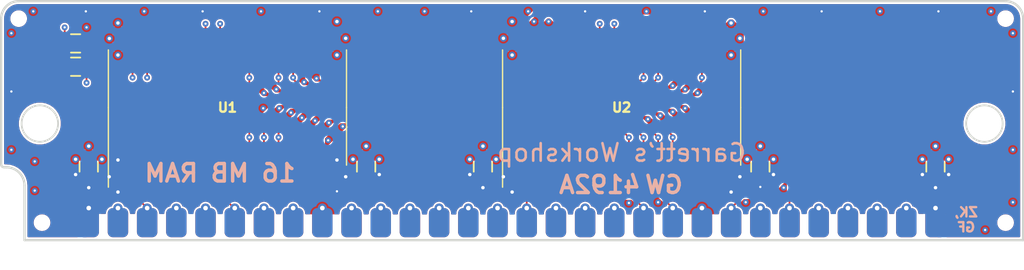
<source format=kicad_pcb>
(kicad_pcb (version 20211014) (generator pcbnew)
  (title_block (title "GW4192A") (date "2021-06-19") (rev "1.0-SOP") (company "Garrett's Workshop"))
  (layers (0 "F.Cu" signal) (1 "In1.Cu" power) (2 "In2.Cu" signal) (31 "B.Cu" power) (34 "B.Paste" user) (35 "F.Paste" user) (36 "B.SilkS" user "B.Silkscreen") (37 "F.SilkS" user "F.Silkscreen") (38 "B.Mask" user) (39 "F.Mask" user) (44 "Edge.Cuts" user))
  (net 0 "")
  (net 1 "+5V")
  (net 2 "/D0")
  (net 3 "/D1")
  (net 4 "/~{WE}")
  (net 5 "/~{RAS}")
  (net 6 "/~{CAS}")
  (net 7 "/D2")
  (net 8 "/D3")
  (net 9 "GND")
  (net 10 "/D4")
  (net 11 "/D5")
  (net 12 "/D6")
  (net 13 "/D7")
  (net 14 "/QP")
  (net 15 "/~{CASP}")
  (net 16 "/DP")
  (net 17 "/1A0")
  (net 18 "/1A1")
  (net 19 "/1A2")
  (net 20 "/1A3")
  (net 21 "/1A4")
  (net 22 "/1A5")
  (net 23 "/1A6")
  (net 24 "/1A7")
  (net 25 "/1A8")
  (net 26 "/1A10")
  (net 27 "/1A9")
  (net 28 "Net-(U1-Pad27)")
  (net 29 "Net-(U1-Pad24)")
  (net 30 "/1A11")
  (net 31 "Net-(U2-Pad27)")
  (net 32 "Net-(U2-Pad24)")
  (net 33 "/~{OE}")
  (net 34 "Net-(U1-Pad29)")
  (net 35 "Net-(U1-Pad28)")
  (net 36 "Net-(U1-Pad7)")
  (net 37 "Net-(U1-Pad6)")
  (net 38 "Net-(U1-Pad5)")
  (net 39 "Net-(U1-Pad4)")
  (net 40 "Net-(U2-Pad4)")
  (net 41 "Net-(U2-Pad5)")
  (net 42 "Net-(U2-Pad6)")
  (net 43 "Net-(U2-Pad7)")
  (net 44 "Net-(U2-Pad28)")
  (net 45 "Net-(U2-Pad29)")
  (footprint "stdpads:SIMM-30_Edge" (layer "F.Cu") (at 120.65 99.822)
    (fp_text reference "J1")
    (fp_text value "DRAM-SIMM-30")
  )
  (footprint "stdpads:C_0805" (layer "F.Cu") (at 83.82 95.2255 90)
    (fp_text reference "C1")
    (fp_text value "2u2")
  )
  (footprint "stdpads:C_0805" (layer "F.Cu") (at 157.48 95.2255 90)
    (fp_text reference "C5")
    (fp_text value "2u2")
  )
  (footprint "stdpads:C_0805" (layer "F.Cu") (at 107.95 95.2255 90)
    (fp_text reference "C2")
    (fp_text value "2u2")
  )
  (footprint "stdpads:C_0805" (layer "F.Cu") (at 118.11 95.2255 90)
    (fp_text reference "C3")
    (fp_text value "2u2")
  )
  (footprint "stdpads:C_0805" (layer "F.Cu") (at 142.24 95.2255 90)
    (fp_text reference "C4")
    (fp_text value "2u2")
  )
  (footprint "stdpads:R_0805" (layer "F.Cu") (at 82.677 86.487 180)
    (fp_text reference "R1")
    (fp_text value "EDO")
  )
  (footprint "stdpads:R_0805" (layer "F.Cu") (at 82.677 84.455)
    (fp_text reference "R2")
    (fp_text value "FPM")
  )
  (footprint "stdpads:PasteHole_1.152mm_NPTH" (layer "F.Cu") (at 163.576 82.296)
    (fp_text reference "H2")
    (fp_text value "MountingHole" hide)
  )
  (footprint "stdpads:PasteHole_1.152mm_NPTH" (layer "F.Cu") (at 77.724 82.296)
    (fp_text reference "H1")
    (fp_text value "MountingHole" hide)
  )
  (footprint "stdpads:PasteHole_1.152mm_NPTH" (layer "F.Cu") (at 79.756 100.076)
    (fp_text reference "H4")
    (fp_text value "MountingHole" hide)
  )
  (footprint "stdpads:PasteHole_1.152mm_NPTH" (layer "F.Cu") (at 163.576 100.076)
    (fp_text reference "H3")
    (fp_text value "MountingHole" hide)
  )
  (footprint "stdpads:SOP-32_400mil" (layer "F.Cu") (at 130.175 90.043 90)
    (fp_text reference "U2")
    (fp_text value "KM44C16104")
  )
  (footprint "stdpads:SOP-32_400mil" (layer "F.Cu") (at 95.885 90.043 90)
    (fp_text reference "U1")
    (fp_text value "KM44C16104")
  )
  (gr_line (start 76.2 94.996) (end 76.2 82.296) (layer "Edge.Cuts") (width 0.2))
  (gr_circle (center 79.5655 91.44) (end 77.978 91.44) (layer "Edge.Cuts") (width 0.15) (fill none))
  (gr_circle (center 161.7345 91.44) (end 163.322 91.44) (layer "Edge.Cuts") (width 0.15) (fill none))
  (gr_arc (start 163.576 80.772) (mid 164.653631 81.218369) (end 165.1 82.296) (layer "Edge.Cuts") (width 0.2))
  (gr_arc (start 76.2 82.296) (mid 76.646369 81.218369) (end 77.724 80.772) (layer "Edge.Cuts") (width 0.2))
  (gr_line (start 76.6445 95.25) (end 76.454 95.25) (layer "Edge.Cuts") (width 0.2))
  (gr_line (start 78.232 101.6) (end 78.232 96.8375) (layer "Edge.Cuts") (width 0.2))
  (gr_arc (start 76.454 95.25) (mid 76.274395 95.175605) (end 76.2 94.996) (layer "Edge.Cuts") (width 0.2))
  (gr_arc (start 76.6445 95.25) (mid 77.767032 95.714968) (end 78.232 96.8375) (layer "Edge.Cuts") (width 0.2))
  (gr_line (start 165.1 82.296) (end 165.1 101.6) (layer "Edge.Cuts") (width 0.2))
  (gr_line (start 165.1 101.6) (end 78.232 101.6) (layer "Edge.Cuts") (width 0.2))
  (gr_line (start 77.724 80.772) (end 163.576 80.772) (layer "Edge.Cuts") (width 0.2))
  (gr_text "16 MB RAM" (at 95.25 95.758) (layer "B.SilkS") (effects (font (size 1.524 1.524) (thickness 0.3)) (justify mirror)))
  (gr_text "4192A" (at 128.27 96.774) (layer "B.SilkS") (effects (font (size 1.5 1.5) (thickness 0.3)) (justify mirror)))
  (gr_text "Garrett’s Workshop" (at 130.175 93.98) (layer "B.SilkS") (effects (font (size 1.524 1.524) (thickness 0.225)) (justify mirror)))
  (gr_text "GW" (at 133.858 96.774) (layer "B.SilkS") (effects (font (size 1.5 1.5) (thickness 0.3)) (justify mirror)))
  (gr_text "ZK,\nGF" (at 160.147 99.822) (layer "B.SilkS") (effects (font (size 0.8128 0.8128) (thickness 0.2032)) (justify mirror)))
  (segment (start 117.1575 96.0755) (end 116.967 95.885) (width 0.6) (layer "F.Cu") (net 1))
  (segment (start 118.11 96.0755) (end 117.1575 96.0755) (width 0.6) (layer "F.Cu") (net 1))
  (segment (start 118.11 96.0755) (end 118.11 97.028) (width 0.6) (layer "F.Cu") (net 1))
  (segment (start 140.462 96.0755) (end 142.24 96.0755) (width 0.6) (layer "F.Cu") (net 1))
  (segment (start 120.65 96.058) (end 120.65 97.409) (width 0.6) (layer "F.Cu") (net 1))
  (segment (start 119.9055 96.058) (end 119.888 96.0755) (width 0.6) (layer "F.Cu") (net 1))
  (segment (start 85.6155 96.058) (end 85.598 96.0755) (width 0.6) (layer "F.Cu") (net 1))
  (segment (start 105.41 96.058) (end 106.1545 96.058) (width 0.6) (layer "F.Cu") (net 1))
  (segment (start 139.7 96.058) (end 139.7 97.409) (width 0.6) (layer "F.Cu") (net 1))
  (segment (start 108.9025 96.0755) (end 109.093 95.885) (width 0.6) (layer "F.Cu") (net 1))
  (segment (start 156.5275 96.0755) (end 156.337 95.885) (width 0.6) (layer "F.Cu") (net 1))
  (segment (start 157.48 96.0755) (end 156.5275 96.0755) (width 0.6) (layer "F.Cu") (net 1))
  (segment (start 105.41 96.058) (end 105.41 94.615) (width 0.6) (layer "F.Cu") (net 1))
  (segment (start 82.8675 96.0755) (end 82.677 95.885) (width 0.6) (layer "F.Cu") (net 1))
  (segment (start 83.82 96.0755) (end 85.598 96.0755) (width 0.6) (layer "F.Cu") (net 1))
  (segment (start 86.36 96.058) (end 85.6155 96.058) (width 0.6) (layer "F.Cu") (net 1))
  (segment (start 86.36 96.058) (end 86.36 97.409) (width 0.6) (layer "F.Cu") (net 1))
  (segment (start 105.41 96.058) (end 105.41 97.3455) (width 0.508) (layer "F.Cu") (net 1))
  (segment (start 157.48 96.0755) (end 158.4325 96.0755) (width 0.6) (layer "F.Cu") (net 1))
  (segment (start 83.82 96.0755) (end 83.82 97.028) (width 0.6) (layer "F.Cu") (net 1))
  (segment (start 107.95 96.0755) (end 106.172 96.0755) (width 0.6) (layer "F.Cu") (net 1))
  (segment (start 157.48 96.0755) (end 157.48 97.028) (width 0.6) (layer "F.Cu") (net 1))
  (segment (start 140.4445 96.058) (end 140.462 96.0755) (width 0.6) (layer "F.Cu") (net 1))
  (segment (start 83.82 97.028) (end 83.82 98.806) (width 0.6) (layer "F.Cu") (net 1))
  (segment (start 142.24 96.0755) (end 143.1925 96.0755) (width 0.6) (layer "F.Cu") (net 1))
  (segment (start 157.48 96.0755) (end 157.48 98.806) (width 0.8) (layer "F.Cu") (net 1))
  (segment (start 139.7 96.058) (end 140.4445 96.058) (width 0.6) (layer "F.Cu") (net 1))
  (segment (start 143.1925 96.0755) (end 143.383 95.885) (width 0.6) (layer "F.Cu") (net 1))
  (segment (start 142.24 96.0755) (end 142.24 96.9645) (width 0.508) (layer "F.Cu") (net 1))
  (segment (start 106.1545 96.058) (end 106.172 96.0755) (width 0.6) (layer "F.Cu") (net 1))
  (segment (start 83.82 96.0755) (end 82.8675 96.0755) (width 0.6) (layer "F.Cu") (net 1))
  (segment (start 119.888 96.0755) (end 118.11 96.0755) (width 0.6) (layer "F.Cu") (net 1))
  (segment (start 158.4325 96.0755) (end 158.623 95.885) (width 0.6) (layer "F.Cu") (net 1))
  (segment (start 107.95 96.0755) (end 108.9025 96.0755) (width 0.6) (layer "F.Cu") (net 1))
  (segment (start 86.36 96.058) (end 86.36 94.615) (width 0.6) (layer "F.Cu") (net 1))
  (segment (start 120.65 96.058) (end 119.9055 96.058) (width 0.6) (layer "F.Cu") (net 1))
  (via (at 116.967 95.885) (size 0.6) (drill 0.3) (layers "F.Cu" "B.Cu") (net 1))
  (via (at 118.11 97.028) (size 0.6) (drill 0.3) (layers "F.Cu" "B.Cu") (net 1))
  (via (at 164.211 88.646) (size 0.508) (drill 0.2) (layers "F.Cu" "B.Cu") (net 1))
  (via (at 157.734 81.661) (size 0.508) (drill 0.2) (layers "F.Cu" "B.Cu") (net 1))
  (via (at 147.574 81.661) (size 0.508) (drill 0.2) (layers "F.Cu" "B.Cu") (net 1))
  (via (at 137.414 81.661) (size 0.508) (drill 0.2) (layers "F.Cu" "B.Cu") (net 1))
  (via (at 127 81.661) (size 0.508) (drill 0.2) (layers "F.Cu" "B.Cu") (net 1))
  (via (at 117.094 81.661) (size 0.508) (drill 0.2) (layers "F.Cu" "B.Cu") (net 1))
  (via (at 83.566 81.661) (size 0.508) (drill 0.2) (layers "F.Cu" "B.Cu") (net 1))
  (via (at 93.726 81.661) (size 0.508) (drill 0.2) (layers "F.Cu" "B.Cu") (net 1))
  (via (at 103.886 81.661) (size 0.508) (drill 0.2) (layers "F.Cu" "B.Cu") (net 1))
  (via (at 77.089 88.646) (size 0.508) (drill 0.2) (layers "F.Cu" "B.Cu") (net 1))
  (via (at 82.677 95.885) (size 0.6) (drill 0.3) (layers "F.Cu" "B.Cu") (net 1))
  (via (at 157.48 97.028) (size 0.6) (drill 0.3) (layers "F.Cu" "B.Cu") (net 1))
  (via (at 140.462 96.0755) (size 0.6) (drill 0.3) (layers "F.Cu" "B.Cu") (net 1))
  (via (at 156.337 95.885) (size 0.6) (drill 0.3) (layers "F.Cu" "B.Cu") (net 1))
  (via (at 158.623 95.885) (size 0.6) (drill 0.3) (layers "F.Cu" "B.Cu") (net 1))
  (via (at 83.82 97.028) (size 0.6) (drill 0.3) (layers "F.Cu" "B.Cu") (net 1))
  (via (at 120.65 97.409) (size 0.6) (drill 0.3) (layers "F.Cu" "B.Cu") (net 1))
  (via (at 142.24 96.9645) (size 0.508) (drill 0.2) (layers "F.Cu" "B.Cu") (net 1))
  (via (at 105.41 97.3455) (size 0.508) (drill 0.2) (layers "F.Cu" "B.Cu") (net 1))
  (via (at 143.383 95.885) (size 0.6) (drill 0.3) (layers "F.Cu" "B.Cu") (net 1))
  (via (at 139.7 97.409) (size 0.6) (drill 0.3) (layers "F.Cu" "B.Cu") (net 1))
  (via (at 106.172 96.0755) (size 0.6) (drill 0.3) (layers "F.Cu" "B.Cu") (net 1))
  (via (at 105.41 94.615) (size 0.6) (drill 0.3) (layers "F.Cu" "B.Cu") (net 1))
  (via (at 86.36 97.409) (size 0.6) (drill 0.3) (layers "F.Cu" "B.Cu") (net 1))
  (via (at 86.36 94.615) (size 0.6) (drill 0.3) (layers "F.Cu" "B.Cu") (net 1))
  (via (at 109.093 95.885) (size 0.6) (drill 0.3) (layers "F.Cu" "B.Cu") (net 1))
  (via (at 119.888 96.0755) (size 0.6) (drill 0.3) (layers "F.Cu" "B.Cu") (net 1))
  (via (at 85.598 96.0755) (size 0.6) (drill 0.3) (layers "F.Cu" "B.Cu") (net 1))
  (segment (start 87.63 97.536) (end 88.9 98.806) (width 0.1524) (layer "F.Cu") (net 2))
  (segment (start 87.63 96.058) (end 87.63 97.536) (width 0.1524) (layer "F.Cu") (net 2))
  (segment (start 88.9 100.076) (end 88.9 98.806) (width 0.1524) (layer "F.Cu") (net 2))
  (segment (start 88.9 96.058) (end 88.9 97.155) (width 0.1524) (layer "F.Cu") (net 3))
  (segment (start 89.408 97.663) (end 95.3135 97.663) (width 0.1524) (layer "F.Cu") (net 3))
  (segment (start 95.3135 97.663) (end 96.4565 98.806) (width 0.1524) (layer "F.Cu") (net 3))
  (segment (start 88.9 97.155) (end 89.408 97.663) (width 0.1524) (layer "F.Cu") (net 3))
  (segment (start 96.52 100.076) (end 96.52 98.552) (width 0.1524) (layer "F.Cu") (net 3))
  (segment (start 96.4565 98.806) (end 96.52 98.806) (width 0.1524) (layer "F.Cu") (net 3))
  (segment (start 108.48975 97.8535) (end 113.88725 92.456) (width 0.1524) (layer "F.Cu") (net 4))
  (segment (start 95.9485 97.8535) (end 108.48975 97.8535) (width 0.1524) (layer "F.Cu") (net 4))
  (segment (start 133.35 97.536) (end 134.62 98.806) (width 0.1524) (layer "F.Cu") (net 4))
  (segment (start 95.25 97.155) (end 95.9485 97.8535) (width 0.1524) (layer "F.Cu") (net 4))
  (segment (start 129.54 94.996) (end 129.54 97.155) (width 0.1524) (layer "F.Cu") (net 4))
  (segment (start 127 92.456) (end 129.54 94.996) (width 0.1524) (layer "F.Cu") (net 4))
  (segment (start 129.921 97.536) (end 133.35 97.536) (width 0.1524) (layer "F.Cu") (net 4))
  (segment (start 95.25 96.693) (end 95.25 97.155) (width 0.1524) (layer "F.Cu") (net 4))
  (segment (start 113.88725 92.456) (end 127 92.456) (width 0.1524) (layer "F.Cu") (net 4))
  (segment (start 129.54 97.155) (end 129.921 97.536) (width 0.1524) (layer "F.Cu") (net 4))
  (segment (start 104.648 97.536) (end 96.901 97.536) (width 0.1524) (layer "F.Cu") (net 5))
  (segment (start 104.775 93.5355) (end 104.775 97.409) (width 0.1524) (layer "F.Cu") (net 5))
  (segment (start 130.81 92.6465) (end 130.81 96.058) (width 0.1524) (layer "F.Cu") (net 5))
  (segment (start 106.4895 91.821) (end 104.775 93.5355) (width 0.1524) (layer "F.Cu") (net 5))
  (segment (start 96.52 97.155) (end 96.52 96.693) (width 0.1524) (layer "F.Cu") (net 5))
  (segment (start 129.9845 91.821) (end 106.4895 91.821) (width 0.1524) (layer "F.Cu") (net 5))
  (segment (start 130.81 92.6465) (end 129.9845 91.821) (width 0.1524) (layer "F.Cu") (net 5))
  (segment (start 104.775 97.409) (end 104.648 97.536) (width 0.1524) (layer "F.Cu") (net 5))
  (segment (start 96.901 97.536) (end 96.52 97.155) (width 0.1524) (layer "F.Cu") (net 5))
  (via (at 130.81 92.6465) (size 0.508) (drill 0.2) (layers "F.Cu" "B.Cu") (net 5))
  (segment (start 83.627 87.8815) (end 83.627 86.487) (width 0.1524) (layer "F.Cu") (net 6))
  (segment (start 128.27 84.028) (end 128.27 82.7405) (width 0.1524) (layer "F.Cu") (net 6))
  (segment (start 93.98 84.028) (end 93.98 82.7405) (width 0.1524) (layer "F.Cu") (net 6))
  (segment (start 83.6295 87.884) (end 83.627 87.8815) (width 0.1524) (layer "F.Cu") (net 6))
  (via (at 93.98 82.7405) (size 0.508) (drill 0.2) (layers "F.Cu" "B.Cu") (net 6))
  (via (at 83.6295 87.884) (size 0.508) (drill 0.2) (layers "F.Cu" "B.Cu") (net 6))
  (via (at 128.27 82.7405) (size 0.508) (drill 0.2) (layers "F.Cu" "B.Cu") (net 6))
  (segment (start 88.9 84.028) (end 88.9 87.4395) (width 0.1524) (layer "F.Cu") (net 7))
  (via (at 88.9 87.4395) (size 0.508) (drill 0.2) (layers "F.Cu" "B.Cu") (net 7))
  (segment (start 87.63 84.028) (end 87.63 87.4395) (width 0.1524) (layer "F.Cu") (net 8))
  (via (at 87.63 87.4395) (size 0.508) (drill 0.2) (layers "F.Cu" "B.Cu") (net 8))
  (segment (start 117.143 94.3755) (end 116.967 94.5515) (width 0.6) (layer "F.Cu") (net 9))
  (segment (start 118.11 94.3755) (end 117.143 94.3755) (width 0.6) (layer "F.Cu") (net 9))
  (segment (start 118.11 94.3755) (end 119.077 94.3755) (width 0.6) (layer "F.Cu") (net 9))
  (segment (start 119.077 94.3755) (end 119.253 94.5515) (width 0.6) (layer "F.Cu") (net 9))
  (segment (start 157.48 94.3755) (end 156.513 94.3755) (width 0.6) (layer "F.Cu") (net 9))
  (segment (start 142.24 94.3755) (end 143.207 94.3755) (width 0.6) (layer "F.Cu") (net 9))
  (segment (start 139.7 84.028) (end 139.7 85.471) (width 0.6) (layer "F.Cu") (net 9))
  (segment (start 105.41 84.028) (end 105.41 82.55) (width 0.6) (layer "F.Cu") (net 9))
  (segment (start 84.787 94.3755) (end 84.963 94.5515) (width 0.6) (layer "F.Cu") (net 9))
  (segment (start 141.273 94.3755) (end 141.097 94.5515) (width 0.6) (layer "F.Cu") (net 9))
  (segment (start 85.6155 84.028) (end 86.36 84.028) (width 0.6) (layer "F.Cu") (net 9))
  (segment (start 118.11 94.3755) (end 118.11 93.4085) (width 0.6) (layer "F.Cu") (net 9))
  (segment (start 106.1545 84.028) (end 106.172 84.0105) (width 0.6) (layer "F.Cu") (net 9))
  (segment (start 83.82 94.3755) (end 83.82 93.4085) (width 0.6) (layer "F.Cu") (net 9))
  (segment (start 120.65 85.471) (end 120.65 84.028) (width 0.6) (layer "F.Cu") (net 9))
  (segment (start 83.82 94.3755) (end 84.787 94.3755) (width 0.6) (layer "F.Cu") (net 9))
  (segment (start 83.627 83.0605) (end 83.6295 83.058) (width 0.1524) (layer "F.Cu") (net 9))
  (segment (start 105.41 84.028) (end 105.41 85.471) (width 0.6) (layer "F.Cu") (net 9))
  (segment (start 139.7 84.028) (end 139.7 82.677) (width 0.6) (layer "F.Cu") (net 9))
  (segment (start 108.917 94.3755) (end 109.093 94.5515) (width 0.6) (layer "F.Cu") (net 9))
  (segment (start 83.82 94.3755) (end 82.853 94.3755) (width 0.6) (layer "F.Cu") (net 9))
  (segment (start 83.627 84.455) (end 83.627 83.0605) (width 0.1524) (layer "F.Cu") (net 9))
  (segment (start 86.36 85.471) (end 86.36 84.028) (width 0.6) (layer "F.Cu") (net 9))
  (segment (start 158.447 94.3755) (end 158.623 94.5515) (width 0.6) (layer "F.Cu") (net 9))
  (segment (start 105.41 84.028) (end 106.1545 84.028) (width 0.6) (layer "F.Cu") (net 9))
  (segment (start 82.853 94.3755) (end 82.677 94.5515) (width 0.6) (layer "F.Cu") (net 9))
  (segment (start 106.983 94.3755) (end 106.807 94.5515) (width 0.6) (layer "F.Cu") (net 9))
  (segment (start 120.65 84.028) (end 119.9055 84.028) (width 0.6) (layer "F.Cu") (net 9))
  (segment (start 119.9055 84.028) (end 119.888 84.0105) (width 0.6) (layer "F.Cu") (net 9))
  (segment (start 107.95 94.3755) (end 107.95 93.4085) (width 0.6) (layer "F.Cu") (net 9))
  (segment (start 140.4445 84.028) (end 140.462 84.0105) (width 0.6) (layer "F.Cu") (net 9))
  (segment (start 143.207 94.3755) (end 143.383 94.5515) (width 0.6) (layer "F.Cu") (net 9))
  (segment (start 142.24 94.3755) (end 142.24 93.4085) (width 0.6) (layer "F.Cu") (net 9))
  (segment (start 157.48 94.3755) (end 158.447 94.3755) (width 0.6) (layer "F.Cu") (net 9))
  (segment (start 142.24 94.3755) (end 141.273 94.3755) (width 0.6) (layer "F.Cu") (net 9))
  (segment (start 86.36 84.028) (end 86.36 82.677) (width 0.6) (layer "F.Cu") (net 9))
  (segment (start 107.95 94.3755) (end 108.917 94.3755) (width 0.6) (layer "F.Cu") (net 9))
  (segment (start 157.48 94.3755) (end 157.48 93.4085) (width 0.6) (layer "F.Cu") (net 9))
  (segment (start 139.7 84.028) (end 140.4445 84.028) (width 0.6) (layer "F.Cu") (net 9))
  (segment (start 120.65 84.028) (end 120.65 82.55) (width 0.6) (layer "F.Cu") (net 9))
  (segment (start 156.513 94.3755) (end 156.337 94.5515) (width 0.6) (layer "F.Cu") (net 9))
  (segment (start 107.95 94.3755) (end 106.983 94.3755) (width 0.6) (layer "F.Cu") (net 9))
  (via (at 162.306 81.661) (size 0.508) (drill 0.2) (layers "F.Cu" "B.Cu") (net 9))
  (via (at 79.121 94.742) (size 0.508) (drill 0.2) (layers "F.Cu" "B.Cu") (net 9))
  (via (at 116.967 94.5515) (size 0.6) (drill 0.3) (layers "F.Cu" "B.Cu") (net 9))
  (via (at 119.253 94.5515) (size 0.6) (drill 0.3) (layers "F.Cu" "B.Cu") (net 9))
  (via (at 104.648 92.9005) (size 0.508) (drill 0.2) (layers "F.Cu" "B.Cu") (net 9))
  (via (at 101.4095 90.4875) (size 0.508) (drill 0.2) (layers "F.Cu" "B.Cu") (net 9))
  (via (at 105.918 91.694) (size 0.508) (drill 0.2) (layers "F.Cu" "B.Cu") (net 9))
  (via (at 135.6995 88.4555) (size 0.508) (drill 0.2) (layers "F.Cu" "B.Cu") (net 9))
  (via (at 134.62 90.424) (size 0.508) (drill 0.2) (layers "F.Cu" "B.Cu") (net 9))
  (via (at 136.779 88.773) (size 0.508) (drill 0.2) (layers "F.Cu" "B.Cu") (net 9))
  (via (at 133.5405 90.7415) (size 0.508) (drill 0.2) (layers "F.Cu" "B.Cu") (net 9))
  (via (at 135.6995 90.1065) (size 0.508) (drill 0.2) (layers "F.Cu" "B.Cu") (net 9))
  (via (at 134.62 88.138) (size 0.508) (drill 0.2) (layers "F.Cu" "B.Cu") (net 9))
  (via (at 132.461 91.059) (size 0.508) (drill 0.2) (layers "F.Cu" "B.Cu") (net 9))
  (via (at 100.1395 88.4555) (size 0.508) (drill 0.2) (layers "F.Cu" "B.Cu") (net 9))
  (via (at 133.35 98.298) (size 0.508) (drill 0.2) (layers "F.Cu" "B.Cu") (net 9))
  (via (at 98.9965 90.1065) (size 0.508) (drill 0.2) (layers "F.Cu" "B.Cu") (net 9))
  (via (at 161.798 100.711) (size 0.508) (drill 0.2) (layers "F.Cu" "B.Cu") (net 9))
  (via (at 164.211 83.566) (size 0.508) (drill 0.2) (layers "F.Cu" "B.Cu") (net 9))
  (via (at 79.121 97.282) (size 0.508) (drill 0.2) (layers "F.Cu" "B.Cu") (net 9))
  (via (at 152.654 81.661) (size 0.508) (drill 0.2) (layers "F.Cu" "B.Cu") (net 9))
  (via (at 142.494 81.661) (size 0.508) (drill 0.2) (layers "F.Cu" "B.Cu") (net 9))
  (via (at 132.334 81.661) (size 0.508) (drill 0.2) (layers "F.Cu" "B.Cu") (net 9))
  (via (at 122.047 81.661) (size 0.508) (drill 0.2) (layers "F.Cu" "B.Cu") (net 9))
  (via (at 78.994 81.661) (size 0.508) (drill 0.2) (layers "F.Cu" "B.Cu") (net 9))
  (via (at 77.089 83.566) (size 0.508) (drill 0.2) (layers "F.Cu" "B.Cu") (net 9))
  (via (at 88.646 81.661) (size 0.508) (drill 0.2) (layers "F.Cu" "B.Cu") (net 9))
  (via (at 98.806 81.661) (size 0.508) (drill 0.2) (layers "F.Cu" "B.Cu") (net 9))
  (via (at 108.966 81.661) (size 0.508) (drill 0.2) (layers "F.Cu" "B.Cu") (net 9))
  (via (at 113.03 81.661) (size 0.508) (drill 0.2) (layers "F.Cu" "B.Cu") (net 9))
  (via (at 77.089 93.726) (size 0.508) (drill 0.2) (layers "F.Cu" "B.Cu") (net 9))
  (via (at 164.211 93.726) (size 0.508) (drill 0.2) (layers "F.Cu" "B.Cu") (net 9))
  (via (at 164.211 98.298) (size 0.508) (drill 0.2) (layers "F.Cu" "B.Cu") (net 9))
  (via (at 144.272 97.028) (size 0.508) (drill 0.2) (layers "F.Cu" "B.Cu") (net 9))
  (via (at 140.97 98.298) (size 0.508) (drill 0.2) (layers "F.Cu" "B.Cu") (net 9))
  (via (at 130.81 98.3615) (size 0.508) (drill 0.2) (layers "F.Cu" "B.Cu") (net 9))
  (via (at 122.555 82.55) (size 0.508) (drill 0.2) (layers "F.Cu" "B.Cu") (net 9))
  (via (at 123.825 82.55) (size 0.508) (drill 0.2) (layers "F.Cu" "B.Cu") (net 9))
  (via (at 104.7115 91.3765) (size 0.508) (drill 0.2) (layers "F.Cu" "B.Cu") (net 9))
  (via (at 103.505 91.186) (size 0.508) (drill 0.2) (layers "F.Cu" "B.Cu") (net 9))
  (via (at 102.362 90.932) (size 0.508) (drill 0.2) (layers "F.Cu" "B.Cu") (net 9))
  (via (at 100.3935 90.1065) (size 0.508) (drill 0.2) (layers "F.Cu" "B.Cu") (net 9))
  (via (at 99.06 88.773) (size 0.508) (drill 0.2) (layers "F.Cu" "B.Cu") (net 9))
  (via (at 103.632 87.503) (size 0.508) (drill 0.2) (layers "F.Cu" "B.Cu") (net 9))
  (via (at 102.5525 87.8205) (size 0.508) (drill 0.2) (layers "F.Cu" "B.Cu") (net 9))
  (via (at 105.41 82.55) (size 0.6) (drill 0.3) (layers "F.Cu" "B.Cu") (net 9))
  (via (at 158.623 94.5515) (size 0.6) (drill 0.3) (layers "F.Cu" "B.Cu") (net 9))
  (via (at 140.462 84.0105) (size 0.6) (drill 0.3) (layers "F.Cu" "B.Cu") (net 9))
  (via (at 156.337 94.5515) (size 0.6) (drill 0.3) (layers "F.Cu" "B.Cu") (net 9))
  (via (at 83.6295 83.058) (size 0.508) (drill 0.2) (layers "F.Cu" "B.Cu") (net 9))
  (via (at 139.7 82.677) (size 0.6) (drill 0.3) (layers "F.Cu" "B.Cu") (net 9))
  (via (at 86.36 85.471) (size 0.6) (drill 0.3) (layers "F.Cu" "B.Cu") (net 9))
  (via (at 157.48 93.4085) (size 0.6) (drill 0.3) (layers "F.Cu" "B.Cu") (net 9))
  (via (at 107.95 93.4085) (size 0.6) (drill 0.3) (layers "F.Cu" "B.Cu") (net 9))
  (via (at 106.172 84.0105) (size 0.6) (drill 0.3) (layers "F.Cu" "B.Cu") (net 9))
  (via (at 119.888 84.0105) (size 0.6) (drill 0.3) (layers "F.Cu" "B.Cu") (net 9))
  (via (at 85.6155 84.028) (size 0.6) (drill 0.3) (layers "F.Cu" "B.Cu") (net 9))
  (via (at 106.807 94.5515) (size 0.6) (drill 0.3) (layers "F.Cu" "B.Cu") (net 9))
  (via (at 82.677 94.5515) (size 0.6) (drill 0.3) (layers "F.Cu" "B.Cu") (net 9))
  (via (at 118.11 93.4085) (size 0.6) (drill 0.3) (layers "F.Cu" "B.Cu") (net 9))
  (via (at 120.65 82.55) (size 0.6) (drill 0.3) (layers "F.Cu" "B.Cu") (net 9))
  (via (at 109.093 94.5515) (size 0.6) (drill 0.3) (layers "F.Cu" "B.Cu") (net 9))
  (via (at 105.41 85.471) (size 0.6) (drill 0.3) (layers "F.Cu" "B.Cu") (net 9))
  (via (at 120.65 85.471) (size 0.6) (drill 0.3) (layers "F.Cu" "B.Cu") (net 9))
  (via (at 143.383 94.5515) (size 0.6) (drill 0.3) (layers "F.Cu" "B.Cu") (net 9))
  (via (at 84.963 94.5515) (size 0.6) (drill 0.3) (layers "F.Cu" "B.Cu") (net 9))
  (via (at 86.36 82.677) (size 0.6) (drill 0.3) (layers "F.Cu" "B.Cu") (net 9))
  (via (at 141.097 94.5515) (size 0.6) (drill 0.3) (layers "F.Cu" "B.Cu") (net 9))
  (via (at 83.82 93.4085) (size 0.6) (drill 0.3) (layers "F.Cu" "B.Cu") (net 9))
  (via (at 139.7 85.471) (size 0.6) (drill 0.3) (layers "F.Cu" "B.Cu") (net 9))
  (via (at 142.24 93.4085) (size 0.6) (drill 0.3) (layers "F.Cu" "B.Cu") (net 9))
  (segment (start 121.92 96.058) (end 121.92 98.806) (width 0.1524) (layer "F.Cu") (net 10))
  (segment (start 129.4765 97.536) (end 129.794 97.8535) (width 0.1524) (layer "F.Cu") (net 11))
  (segment (start 131.1275 97.8535) (end 132.08 98.806) (width 0.1524) (layer "F.Cu") (net 11))
  (segment (start 123.19 96.058) (end 123.19 97.155) (width 0.1524) (layer "F.Cu") (net 11))
  (segment (start 129.794 97.8535) (end 131.1275 97.8535) (width 0.1524) (layer "F.Cu") (net 11))
  (segment (start 123.19 97.155) (end 123.571 97.536) (width 0.1524) (layer "F.Cu") (net 11))
  (segment (start 123.571 97.536) (end 129.4765 97.536) (width 0.1524) (layer "F.Cu") (net 11))
  (segment (start 139.47775 82.13725) (end 139.92225 82.13725) (width 0.1524) (layer "F.Cu") (net 12))
  (segment (start 127.889 81.915) (end 129.921 81.915) (width 0.1524) (layer "F.Cu") (net 12))
  (segment (start 130.4925 82.4865) (end 139.1285 82.4865) (width 0.1524) (layer "F.Cu") (net 12))
  (segment (start 144.4625 96.139) (end 142.8115 97.79) (width 0.1524) (layer "F.Cu") (net 12))
  (segment (start 123.19 83.393) (end 123.19 82.4865) (width 0.1524) (layer "F.Cu") (net 12))
  (segment (start 127.3175 82.4865) (end 127.889 81.915) (width 0.1524) (layer "F.Cu") (net 12))
  (segment (start 124.0155 82.042) (end 124.46 82.4865) (width 0.1524) (layer "F.Cu") (net 12))
  (segment (start 123.6345 82.042) (end 124.0155 82.042) (width 0.1524) (layer "F.Cu") (net 12))
  (segment (start 142.8115 97.79) (end 140.716 97.79) (width 0.1524) (layer "F.Cu") (net 12))
  (segment (start 140.716 97.79) (end 139.7 98.806) (width 0.1524) (layer "F.Cu") (net 12))
  (segment (start 139.92225 82.13725) (end 141.0335 83.2485) (width 0.1524) (layer "F.Cu") (net 12))
  (segment (start 124.46 82.4865) (end 127.3175 82.4865) (width 0.1524) (layer "F.Cu") (net 12))
  (segment (start 141.0335 90.424) (end 144.4625 93.853) (width 0.1524) (layer "F.Cu") (net 12))
  (segment (start 139.1285 82.4865) (end 139.47775 82.13725) (width 0.1524) (layer "F.Cu") (net 12))
  (segment (start 144.4625 93.853) (end 144.4625 96.139) (width 0.1524) (layer "F.Cu") (net 12))
  (segment (start 123.19 82.4865) (end 123.6345 82.042) (width 0.1524) (layer "F.Cu") (net 12))
  (segment (start 141.0335 83.2485) (end 141.0335 90.424) (width 0.1524) (layer "F.Cu") (net 12))
  (segment (start 129.921 81.915) (end 130.4925 82.4865) (width 0.1524) (layer "F.Cu") (net 12))
  (segment (start 122.682 81.7245) (end 124.1425 81.7245) (width 0.1524) (layer "F.Cu") (net 13))
  (segment (start 141.351 83.1215) (end 141.351 90.297) (width 0.1524) (layer "F.Cu") (net 13))
  (segment (start 140.0175 81.788) (end 141.351 83.1215) (width 0.1524) (layer "F.Cu") (net 13))
  (segment (start 144.78 93.726) (end 144.78 98.806) (width 0.1524) (layer "F.Cu") (net 13))
  (segment (start 130.048 81.5975) (end 130.6195 82.169) (width 0.1524) (layer "F.Cu") (net 13))
  (segment (start 139.3825 81.788) (end 140.0175 81.788) (width 0.1524) (layer "F.Cu") (net 13))
  (segment (start 139.0015 82.169) (end 139.3825 81.788) (width 0.1524) (layer "F.Cu") (net 13))
  (segment (start 127.1905 82.169) (end 127.762 81.5975) (width 0.1524) (layer "F.Cu") (net 13))
  (segment (start 121.92 82.4865) (end 122.682 81.7245) (width 0.1524) (layer "F.Cu") (net 13))
  (segment (start 121.92 83.393) (end 121.92 82.4865) (width 0.1524) (layer "F.Cu") (net 13))
  (segment (start 127.762 81.5975) (end 130.048 81.5975) (width 0.1524) (layer "F.Cu") (net 13))
  (segment (start 141.351 90.297) (end 144.78 93.726) (width 0.1524) (layer "F.Cu") (net 13))
  (segment (start 130.6195 82.169) (end 139.0015 82.169) (width 0.1524) (layer "F.Cu") (net 13))
  (segment (start 124.587 82.169) (end 127.1905 82.169) (width 0.1524) (layer "F.Cu") (net 13))
  (segment (start 124.1425 81.7245) (end 124.587 82.169) (width 0.1524) (layer "F.Cu") (net 13))
  (segment (start 97.79 92.0115) (end 100.203 89.5985) (width 0.1524) (layer "F.Cu") (net 17))
  (segment (start 100.203 89.5985) (end 135.89 89.5985) (width 0.1524) (layer "F.Cu") (net 17))
  (segment (start 135.89 89.5985) (end 138.43 92.1385) (width 0.1524) (layer "F.Cu") (net 17))
  (segment (start 97.79 92.6465) (end 97.79 92.0115) (width 0.1524) (layer "F.Cu") (net 17))
  (segment (start 97.79 96.058) (end 97.79 92.6465) (width 0.1524) (layer "F.Cu") (net 17))
  (segment (start 138.43 92.1385) (end 138.43 96.058) (width 0.1524) (layer "F.Cu") (net 17))
  (via (at 97.79 92.6465) (size 0.508) (drill 0.2) (layers "F.Cu" "B.Cu") (net 17))
  (segment (start 137.16 92.2655) (end 134.8105 89.916) (width 0.1524) (layer "F.Cu") (net 18))
  (segment (start 99.06 92.1385) (end 99.06 92.6465) (width 0.1524) (layer "F.Cu") (net 18))
  (segment (start 137.16 96.058) (end 137.16 92.2655) (width 0.1524) (layer "F.Cu") (net 18))
  (segment (start 134.8105 89.916) (end 101.2825 89.916) (width 0.1524) (layer "F.Cu") (net 18))
  (segment (start 99.06 96.058) (end 99.06 92.6465) (width 0.1524) (layer "F.Cu") (net 18))
  (segment (start 101.2825 89.916) (end 99.06 92.1385) (width 0.1524) (layer "F.Cu") (net 18))
  (via (at 99.06 92.6465) (size 0.508) (drill 0.2) (layers "F.Cu" "B.Cu") (net 18))
  (segment (start 100.33 92.6465) (end 100.33 92.2655) (width 0.1524) (layer "F.Cu") (net 19))
  (segment (start 133.731 90.2335) (end 135.89 92.3925) (width 0.1524) (layer "F.Cu") (net 19))
  (segment (start 100.33 96.058) (end 100.33 92.6465) (width 0.1524) (layer "F.Cu") (net 19))
  (segment (start 135.89 92.3925) (end 135.89 96.058) (width 0.1524) (layer "F.Cu") (net 19))
  (segment (start 102.362 90.2335) (end 133.731 90.2335) (width 0.1524) (layer "F.Cu") (net 19))
  (segment (start 100.33 92.2655) (end 102.362 90.2335) (width 0.1524) (layer "F.Cu") (net 19))
  (via (at 100.33 92.6465) (size 0.508) (drill 0.2) (layers "F.Cu" "B.Cu") (net 19))
  (segment (start 134.62 92.5195) (end 132.6515 90.551) (width 0.1524) (layer "F.Cu") (net 20))
  (segment (start 103.4415 90.551) (end 101.6 92.3925) (width 0.1524) (layer "F.Cu") (net 20))
  (segment (start 134.62 96.058) (end 134.62 92.6465) (width 0.1524) (layer "F.Cu") (net 20))
  (segment (start 101.6 92.3925) (end 101.6 96.058) (width 0.1524) (layer "F.Cu") (net 20))
  (segment (start 134.62 92.6465) (end 134.62 92.5195) (width 0.1524) (layer "F.Cu") (net 20))
  (segment (start 132.6515 90.551) (end 103.4415 90.551) (width 0.1524) (layer "F.Cu") (net 20))
  (via (at 134.62 92.6465) (size 0.508) (drill 0.2) (layers "F.Cu" "B.Cu") (net 20))
  (segment (start 102.87 96.058) (end 102.87 92.5195) (width 0.1524) (layer "F.Cu") (net 21))
  (segment (start 131.572 90.8685) (end 133.35 92.6465) (width 0.1524) (layer "F.Cu") (net 21))
  (segment (start 104.521 90.8685) (end 131.572 90.8685) (width 0.1524) (layer "F.Cu") (net 21))
  (segment (start 133.35 92.6465) (end 133.35 96.058) (width 0.1524) (layer "F.Cu") (net 21))
  (segment (start 102.87 92.5195) (end 104.521 90.8685) (width 0.1524) (layer "F.Cu") (net 21))
  (via (at 133.35 92.6465) (size 0.508) (drill 0.2) (layers "F.Cu" "B.Cu") (net 21))
  (segment (start 132.08 96.058) (end 132.08 92.6465) (width 0.1524) (layer "F.Cu") (net 22))
  (segment (start 105.6005 91.186) (end 104.14 92.6465) (width 0.1524) (layer "F.Cu") (net 22))
  (segment (start 130.6195 91.186) (end 105.6005 91.186) (width 0.1524) (layer "F.Cu") (net 22))
  (segment (start 104.14 92.6465) (end 104.14 96.058) (width 0.1524) (layer "F.Cu") (net 22))
  (segment (start 132.08 92.6465) (end 130.6195 91.186) (width 0.1524) (layer "F.Cu") (net 22))
  (via (at 132.08 92.6465) (size 0.508) (drill 0.2) (layers "F.Cu" "B.Cu") (net 22))
  (segment (start 132.08 84.028) (end 132.08 87.4395) (width 0.1524) (layer "F.Cu") (net 23))
  (segment (start 104.14 84.028) (end 104.14 87.4395) (width 0.1524) (layer "F.Cu") (net 23))
  (segment (start 131.826 87.6935) (end 132.08 87.4395) (width 0.1524) (layer "F.Cu") (net 23))
  (segment (start 104.394 87.6935) (end 131.826 87.6935) (width 0.1524) (layer "F.Cu") (net 23))
  (segment (start 104.14 87.4395) (end 104.394 87.6935) (width 0.1524) (layer "F.Cu") (net 23))
  (via (at 132.08 87.4395) (size 0.508) (drill 0.2) (layers "F.Cu" "B.Cu") (net 23))
  (segment (start 133.35 87.4395) (end 133.35 84.028) (width 0.1524) (layer "F.Cu") (net 24))
  (segment (start 102.87 87.4395) (end 103.4415 88.011) (width 0.1524) (layer "F.Cu") (net 24))
  (segment (start 102.87 84.028) (end 102.87 87.4395) (width 0.1524) (layer "F.Cu") (net 24))
  (segment (start 132.7785 88.011) (end 133.35 87.4395) (width 0.1524) (layer "F.Cu") (net 24))
  (segment (start 103.4415 88.011) (end 132.7785 88.011) (width 0.1524) (layer "F.Cu") (net 24))
  (via (at 133.35 87.4395) (size 0.508) (drill 0.2) (layers "F.Cu" "B.Cu") (net 24))
  (segment (start 134.62 87.4395) (end 133.731 88.3285) (width 0.1524) (layer "F.Cu") (net 25))
  (segment (start 102.362 88.3285) (end 101.6 87.5665) (width 0.1524) (layer "F.Cu") (net 25))
  (segment (start 133.731 88.3285) (end 102.362 88.3285) (width 0.1524) (layer "F.Cu") (net 25))
  (segment (start 101.6 84.028) (end 101.6 87.4395) (width 0.1524) (layer "F.Cu") (net 25))
  (segment (start 134.62 84.028) (end 134.62 87.4395) (width 0.1524) (layer "F.Cu") (net 25))
  (segment (start 101.6 87.5665) (end 101.6 87.4395) (width 0.1524) (layer "F.Cu") (net 25))
  (via (at 101.6 87.4395) (size 0.508) (drill 0.2) (layers "F.Cu" "B.Cu") (net 25))
  (segment (start 137.16 84.028) (end 137.16 87.4395) (width 0.1524) (layer "F.Cu") (net 26))
  (segment (start 99.06 88.0745) (end 99.06 84.028) (width 0.1524) (layer "F.Cu") (net 26))
  (segment (start 135.89 88.9635) (end 99.949 88.9635) (width 0.1524) (layer "F.Cu") (net 26))
  (segment (start 137.16 87.6935) (end 135.89 88.9635) (width 0.1524) (layer "F.Cu") (net 26))
  (segment (start 99.949 88.9635) (end 99.06 88.0745) (width 0.1524) (layer "F.Cu") (net 26))
  (segment (start 137.16 87.4395) (end 137.16 87.6935) (width 0.1524) (layer "F.Cu") (net 26))
  (via (at 137.16 87.4395) (size 0.508) (drill 0.2) (layers "F.Cu" "B.Cu") (net 26))
  (segment (start 134.8105 88.646) (end 135.89 87.5665) (width 0.1524) (layer "F.Cu") (net 27))
  (segment (start 135.89 87.5665) (end 135.89 84.028) (width 0.1524) (layer "F.Cu") (net 27))
  (segment (start 100.33 84.028) (end 100.33 87.4395) (width 0.1524) (layer "F.Cu") (net 27))
  (segment (start 100.33 87.4395) (end 100.33 87.9475) (width 0.1524) (layer "F.Cu") (net 27))
  (segment (start 101.0285 88.646) (end 134.8105 88.646) (width 0.1524) (layer "F.Cu") (net 27))
  (segment (start 100.33 87.9475) (end 101.0285 88.646) (width 0.1524) (layer "F.Cu") (net 27))
  (via (at 100.33 87.4395) (size 0.508) (drill 0.2) (layers "F.Cu" "B.Cu") (net 27))
  (segment (start 97.79 88.2015) (end 97.79 87.4395) (width 0.1524) (layer "F.Cu") (net 30))
  (segment (start 136.9695 89.281) (end 98.8695 89.281) (width 0.1524) (layer "F.Cu") (net 30))
  (segment (start 97.79 84.028) (end 97.79 87.4395) (width 0.1524) (layer "F.Cu") (net 30))
  (segment (start 138.43 84.028) (end 138.43 87.8205) (width 0.1524) (layer "F.Cu") (net 30))
  (segment (start 98.8695 89.281) (end 97.79 88.2015) (width 0.1524) (layer "F.Cu") (net 30))
  (segment (start 138.43 87.8205) (end 136.9695 89.281) (width 0.1524) (layer "F.Cu") (net 30))
  (via (at 97.79 87.4395) (size 0.508) (drill 0.2) (layers "F.Cu" "B.Cu") (net 30))
  (segment (start 81.727 83.0605) (end 81.7245 83.058) (width 0.1524) (layer "F.Cu") (net 33))
  (segment (start 95.25 84.028) (end 95.25 82.7405) (width 0.1524) (layer "F.Cu") (net 33))
  (segment (start 81.727 84.455) (end 81.727 86.487) (width 0.1524) (layer "F.Cu") (net 33))
  (segment (start 81.727 84.455) (end 81.727 83.0605) (width 0.1524) (layer "F.Cu") (net 33))
  (segment (start 129.54 84.028) (end 129.54 82.7405) (width 0.1524) (layer "F.Cu") (net 33))
  (via (at 129.54 82.7405) (size 0.508) (drill 0.2) (layers "F.Cu" "B.Cu") (net 33))
  (via (at 95.25 82.7405) (size 0.508) (drill 0.2) (layers "F.Cu" "B.Cu") (net 33))
  (via (at 81.7245 83.058) (size 0.508) (drill 0.2) (layers "F.Cu" "B.Cu") (net 33))
  (zone (net 9) (net_name "GND") (layer "F.Cu") (connect_pads (clearance 0.1524)) (min_thickness 0.1524) (fill yes (thermal_gap 0.1524) (thermal_bridge_width 0.3))
    (polygon (pts (xy 76.2 80.772) (xy 165.1 80.772) (xy 165.1 101.6) (xy 76.2 101.6)))
  )
  (zone (net 0) (net_name "") (layers F&B.Cu) (connect_pads (clearance 0)) (min_thickness 0.254)
    (keepout (tracks allowed) (vias allowed) (pads allowed) (copperpour not_allowed) (footprints allowed))
    (fill (thermal_gap 0.508) (thermal_bridge_width 0.508))
    (polygon (pts (xy 157.48 101.6) (xy 83.82 101.6) (xy 82.931 99.314) (xy 119.761 99.3775) (xy 158.369 99.314)))
  )
  (zone (net 1) (net_name "+5V") (layer "B.Cu") (connect_pads (clearance 0.1524)) (min_thickness 0.1524) (fill yes (thermal_gap 0.1524) (thermal_bridge_width 0.3))
    (polygon (pts (xy 76.2 80.772) (xy 165.1 80.772) (xy 165.1 101.6) (xy 76.2 101.6)))
  )
)
</source>
